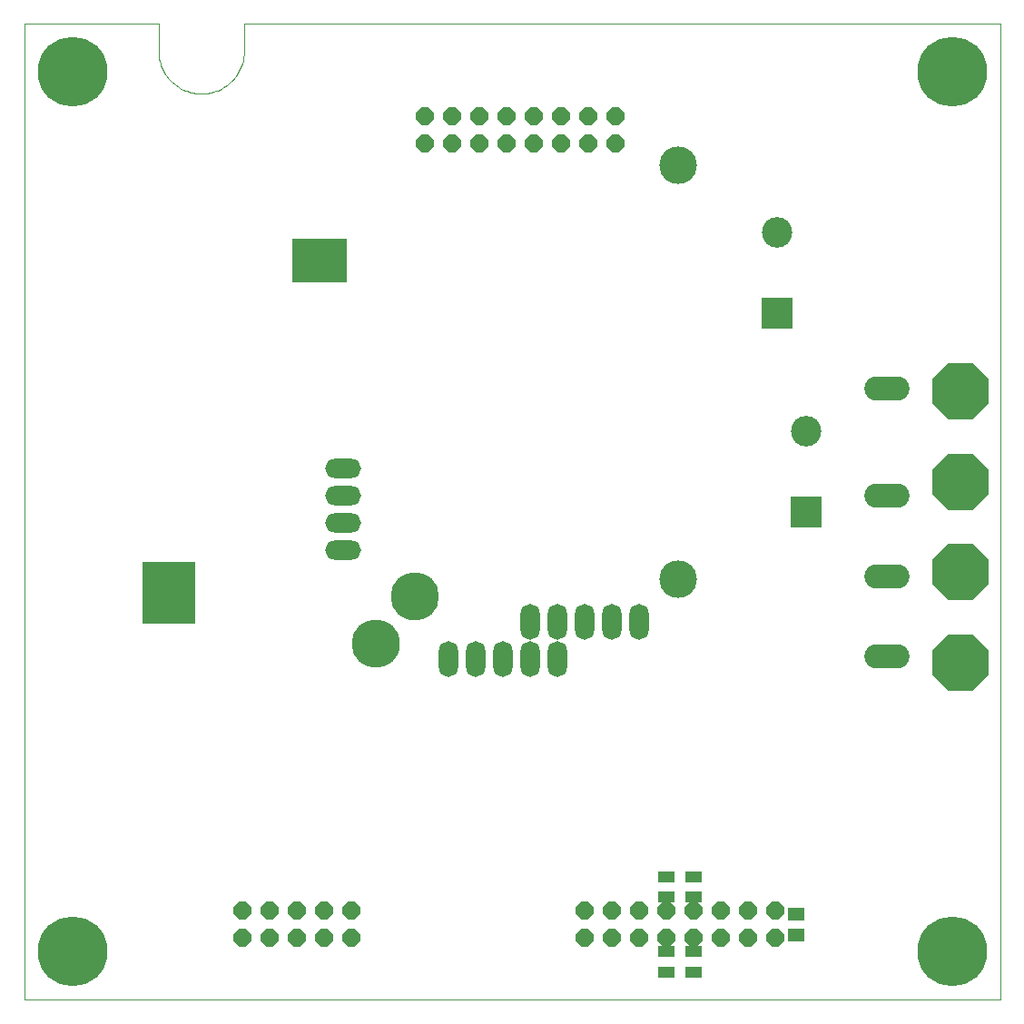
<source format=gbs>
G75*
G70*
%OFA0B0*%
%FSLAX24Y24*%
%IPPOS*%
%LPD*%
%AMOC8*
5,1,8,0,0,1.08239X$1,22.5*
%
%ADD10C,0.0000*%
%ADD11C,0.1772*%
%ADD12R,0.2000X0.1625*%
%ADD13C,0.1378*%
%ADD14R,0.1938X0.2250*%
%ADD15O,0.1654X0.0886*%
%ADD16R,0.1118X0.1118*%
%ADD17C,0.1118*%
%ADD18C,0.2559*%
%ADD19O,0.0718X0.1318*%
%ADD20OC8,0.2087*%
%ADD21OC8,0.0658*%
%ADD22O,0.1318X0.0718*%
%ADD23R,0.0630X0.0394*%
%ADD24R,0.0630X0.0472*%
D10*
X001930Y001930D02*
X001930Y037757D01*
X006851Y037757D01*
X006851Y036772D01*
X006853Y036695D01*
X006859Y036618D01*
X006868Y036541D01*
X006881Y036465D01*
X006898Y036389D01*
X006919Y036315D01*
X006943Y036241D01*
X006971Y036169D01*
X007002Y036099D01*
X007037Y036030D01*
X007075Y035962D01*
X007116Y035897D01*
X007161Y035834D01*
X007209Y035773D01*
X007259Y035714D01*
X007312Y035658D01*
X007368Y035605D01*
X007427Y035555D01*
X007488Y035507D01*
X007551Y035462D01*
X007616Y035421D01*
X007684Y035383D01*
X007753Y035348D01*
X007823Y035317D01*
X007895Y035289D01*
X007969Y035265D01*
X008043Y035244D01*
X008119Y035227D01*
X008195Y035214D01*
X008272Y035205D01*
X008349Y035199D01*
X008426Y035197D01*
X008503Y035199D01*
X008580Y035205D01*
X008657Y035214D01*
X008733Y035227D01*
X008809Y035244D01*
X008883Y035265D01*
X008957Y035289D01*
X009029Y035317D01*
X009099Y035348D01*
X009168Y035383D01*
X009236Y035421D01*
X009301Y035462D01*
X009364Y035507D01*
X009425Y035555D01*
X009484Y035605D01*
X009540Y035658D01*
X009593Y035714D01*
X009643Y035773D01*
X009691Y035834D01*
X009736Y035897D01*
X009777Y035962D01*
X009815Y036030D01*
X009850Y036099D01*
X009881Y036169D01*
X009909Y036241D01*
X009933Y036315D01*
X009954Y036389D01*
X009971Y036465D01*
X009984Y036541D01*
X009993Y036618D01*
X009999Y036695D01*
X010001Y036772D01*
X010001Y037757D01*
X037757Y037757D01*
X037757Y001930D01*
X001930Y001930D01*
X014018Y015002D02*
X014021Y015077D01*
X014032Y015152D01*
X014049Y015225D01*
X014072Y015297D01*
X014102Y015366D01*
X014138Y015432D01*
X014180Y015494D01*
X014228Y015553D01*
X014281Y015606D01*
X014338Y015655D01*
X014399Y015699D01*
X014465Y015736D01*
X014533Y015768D01*
X014604Y015793D01*
X014677Y015812D01*
X014751Y015824D01*
X014826Y015829D01*
X014901Y015827D01*
X014976Y015819D01*
X015050Y015803D01*
X015122Y015781D01*
X015192Y015753D01*
X015258Y015718D01*
X015322Y015678D01*
X015381Y015631D01*
X015436Y015580D01*
X015487Y015524D01*
X015531Y015463D01*
X015570Y015399D01*
X015604Y015331D01*
X015630Y015261D01*
X015651Y015189D01*
X015664Y015115D01*
X015671Y015040D01*
X015671Y014964D01*
X015664Y014889D01*
X015651Y014815D01*
X015630Y014743D01*
X015604Y014673D01*
X015570Y014605D01*
X015531Y014541D01*
X015487Y014480D01*
X015436Y014424D01*
X015381Y014373D01*
X015322Y014326D01*
X015259Y014286D01*
X015192Y014251D01*
X015122Y014223D01*
X015050Y014201D01*
X014976Y014185D01*
X014901Y014177D01*
X014826Y014175D01*
X014751Y014180D01*
X014677Y014192D01*
X014604Y014211D01*
X014533Y014236D01*
X014465Y014268D01*
X014399Y014305D01*
X014338Y014349D01*
X014281Y014398D01*
X014228Y014451D01*
X014180Y014510D01*
X014138Y014572D01*
X014102Y014638D01*
X014072Y014707D01*
X014049Y014779D01*
X014032Y014852D01*
X014021Y014927D01*
X014018Y015002D01*
X015425Y016720D02*
X015428Y016795D01*
X015439Y016870D01*
X015456Y016943D01*
X015479Y017015D01*
X015509Y017084D01*
X015545Y017150D01*
X015587Y017212D01*
X015635Y017271D01*
X015688Y017324D01*
X015745Y017373D01*
X015806Y017417D01*
X015872Y017454D01*
X015940Y017486D01*
X016011Y017511D01*
X016084Y017530D01*
X016158Y017542D01*
X016233Y017547D01*
X016308Y017545D01*
X016383Y017537D01*
X016457Y017521D01*
X016529Y017499D01*
X016599Y017471D01*
X016665Y017436D01*
X016729Y017396D01*
X016788Y017349D01*
X016843Y017298D01*
X016894Y017242D01*
X016938Y017181D01*
X016977Y017117D01*
X017011Y017049D01*
X017037Y016979D01*
X017058Y016907D01*
X017071Y016833D01*
X017078Y016758D01*
X017078Y016682D01*
X017071Y016607D01*
X017058Y016533D01*
X017037Y016461D01*
X017011Y016391D01*
X016977Y016323D01*
X016938Y016259D01*
X016894Y016198D01*
X016843Y016142D01*
X016788Y016091D01*
X016729Y016044D01*
X016666Y016004D01*
X016599Y015969D01*
X016529Y015941D01*
X016457Y015919D01*
X016383Y015903D01*
X016308Y015895D01*
X016233Y015893D01*
X016158Y015898D01*
X016084Y015910D01*
X016011Y015929D01*
X015940Y015954D01*
X015872Y015986D01*
X015806Y016023D01*
X015745Y016067D01*
X015688Y016116D01*
X015635Y016169D01*
X015587Y016228D01*
X015545Y016290D01*
X015509Y016356D01*
X015479Y016425D01*
X015456Y016497D01*
X015439Y016570D01*
X015428Y016645D01*
X015425Y016720D01*
X025309Y017377D02*
X025312Y017434D01*
X025319Y017491D01*
X025332Y017547D01*
X025350Y017601D01*
X025373Y017654D01*
X025401Y017704D01*
X025433Y017752D01*
X025469Y017796D01*
X025509Y017837D01*
X025553Y017875D01*
X025599Y017908D01*
X025649Y017936D01*
X025701Y017960D01*
X025755Y017980D01*
X025811Y017994D01*
X025867Y018003D01*
X025925Y018007D01*
X025982Y018006D01*
X026039Y017999D01*
X026095Y017987D01*
X026150Y017971D01*
X026203Y017949D01*
X026254Y017923D01*
X026302Y017892D01*
X026348Y017857D01*
X026390Y017817D01*
X026428Y017775D01*
X026462Y017728D01*
X026492Y017679D01*
X026517Y017628D01*
X026537Y017574D01*
X026553Y017519D01*
X026563Y017463D01*
X026568Y017406D01*
X026568Y017348D01*
X026563Y017291D01*
X026553Y017235D01*
X026537Y017180D01*
X026517Y017126D01*
X026492Y017075D01*
X026462Y017026D01*
X026428Y016979D01*
X026390Y016937D01*
X026348Y016897D01*
X026302Y016862D01*
X026254Y016831D01*
X026203Y016805D01*
X026150Y016783D01*
X026095Y016767D01*
X026039Y016755D01*
X025982Y016748D01*
X025925Y016747D01*
X025867Y016751D01*
X025811Y016760D01*
X025755Y016774D01*
X025701Y016794D01*
X025649Y016818D01*
X025599Y016846D01*
X025553Y016879D01*
X025509Y016917D01*
X025469Y016958D01*
X025433Y017002D01*
X025401Y017050D01*
X025373Y017100D01*
X025350Y017153D01*
X025332Y017207D01*
X025319Y017263D01*
X025312Y017320D01*
X025309Y017377D01*
X025309Y032564D02*
X025312Y032621D01*
X025319Y032678D01*
X025332Y032734D01*
X025350Y032788D01*
X025373Y032841D01*
X025401Y032891D01*
X025433Y032939D01*
X025469Y032983D01*
X025509Y033024D01*
X025553Y033062D01*
X025599Y033095D01*
X025649Y033123D01*
X025701Y033147D01*
X025755Y033167D01*
X025811Y033181D01*
X025867Y033190D01*
X025925Y033194D01*
X025982Y033193D01*
X026039Y033186D01*
X026095Y033174D01*
X026150Y033158D01*
X026203Y033136D01*
X026254Y033110D01*
X026302Y033079D01*
X026348Y033044D01*
X026390Y033004D01*
X026428Y032962D01*
X026462Y032915D01*
X026492Y032866D01*
X026517Y032815D01*
X026537Y032761D01*
X026553Y032706D01*
X026563Y032650D01*
X026568Y032593D01*
X026568Y032535D01*
X026563Y032478D01*
X026553Y032422D01*
X026537Y032367D01*
X026517Y032313D01*
X026492Y032262D01*
X026462Y032213D01*
X026428Y032166D01*
X026390Y032124D01*
X026348Y032084D01*
X026302Y032049D01*
X026254Y032018D01*
X026203Y031992D01*
X026150Y031970D01*
X026095Y031954D01*
X026039Y031942D01*
X025982Y031935D01*
X025925Y031934D01*
X025867Y031938D01*
X025811Y031947D01*
X025755Y031961D01*
X025701Y031981D01*
X025649Y032005D01*
X025599Y032033D01*
X025553Y032066D01*
X025509Y032104D01*
X025469Y032145D01*
X025433Y032189D01*
X025401Y032237D01*
X025373Y032287D01*
X025350Y032340D01*
X025332Y032394D01*
X025319Y032450D01*
X025312Y032507D01*
X025309Y032564D01*
D11*
X016252Y016720D03*
X014845Y015002D03*
D12*
X012752Y029064D03*
D13*
X025939Y032564D03*
X025939Y017377D03*
D14*
X007220Y016877D03*
D15*
X033615Y017471D03*
X033615Y020423D03*
X033615Y024360D03*
X033615Y014518D03*
D16*
X030627Y019838D03*
X029564Y027150D03*
D17*
X029564Y030103D03*
X030627Y022790D03*
D18*
X035985Y035985D03*
X035985Y003701D03*
X003701Y003701D03*
X003701Y035985D03*
D19*
X020502Y015814D03*
X021502Y015814D03*
X022502Y015814D03*
X023502Y015814D03*
X024502Y015814D03*
X021502Y014439D03*
X020502Y014439D03*
X019502Y014439D03*
X018502Y014439D03*
X017502Y014439D03*
D20*
X036314Y014314D03*
X036314Y017627D03*
X036314Y020939D03*
X036314Y024252D03*
D21*
X023627Y033377D03*
X023627Y034377D03*
X022627Y034377D03*
X022627Y033377D03*
X021627Y033377D03*
X021627Y034377D03*
X020627Y034377D03*
X020627Y033377D03*
X019627Y033377D03*
X019627Y034377D03*
X018627Y034377D03*
X018627Y033377D03*
X017627Y033377D03*
X017627Y034377D03*
X016627Y034377D03*
X016627Y033377D03*
X013939Y005189D03*
X013939Y004189D03*
X012939Y004189D03*
X011939Y004189D03*
X010939Y004189D03*
X009939Y004189D03*
X009939Y005189D03*
X010939Y005189D03*
X011939Y005189D03*
X012939Y005189D03*
X022502Y005189D03*
X023502Y005189D03*
X024502Y005189D03*
X025502Y005189D03*
X026502Y005189D03*
X027502Y005189D03*
X028502Y005189D03*
X029502Y005189D03*
X029502Y004189D03*
X028502Y004189D03*
X027502Y004189D03*
X026502Y004189D03*
X025502Y004189D03*
X024502Y004189D03*
X023502Y004189D03*
X022502Y004189D03*
D22*
X013627Y018439D03*
X013627Y019439D03*
X013627Y020439D03*
X013627Y021439D03*
D23*
X025502Y006438D03*
X025502Y005690D03*
X026502Y005690D03*
X026502Y006438D03*
X026502Y003688D03*
X026502Y002940D03*
X025502Y002940D03*
X025502Y003688D03*
D24*
X030252Y004315D03*
X030252Y005063D03*
M02*

</source>
